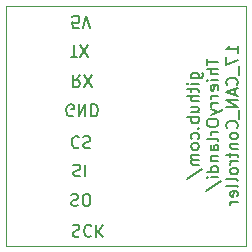
<source format=gbr>
%TF.GenerationSoftware,KiCad,Pcbnew,(5.1.9)-1*%
%TF.CreationDate,2021-06-01T13:49:10+02:00*%
%TF.ProjectId,17_CAN_Controller,31375f43-414e-45f4-936f-6e74726f6c6c,rev?*%
%TF.SameCoordinates,Original*%
%TF.FileFunction,Legend,Bot*%
%TF.FilePolarity,Positive*%
%FSLAX46Y46*%
G04 Gerber Fmt 4.6, Leading zero omitted, Abs format (unit mm)*
G04 Created by KiCad (PCBNEW (5.1.9)-1) date 2021-06-01 13:49:10*
%MOMM*%
%LPD*%
G01*
G04 APERTURE LIST*
%ADD10C,0.150000*%
%TA.AperFunction,Profile*%
%ADD11C,0.050000*%
%TD*%
G04 APERTURE END LIST*
D10*
X105954285Y-80835238D02*
X106097142Y-80787619D01*
X106335238Y-80787619D01*
X106430476Y-80835238D01*
X106478095Y-80882857D01*
X106525714Y-80978095D01*
X106525714Y-81073333D01*
X106478095Y-81168571D01*
X106430476Y-81216190D01*
X106335238Y-81263809D01*
X106144761Y-81311428D01*
X106049523Y-81359047D01*
X106001904Y-81406666D01*
X105954285Y-81501904D01*
X105954285Y-81597142D01*
X106001904Y-81692380D01*
X106049523Y-81740000D01*
X106144761Y-81787619D01*
X106382857Y-81787619D01*
X106525714Y-81740000D01*
X107525714Y-80882857D02*
X107478095Y-80835238D01*
X107335238Y-80787619D01*
X107240000Y-80787619D01*
X107097142Y-80835238D01*
X107001904Y-80930476D01*
X106954285Y-81025714D01*
X106906666Y-81216190D01*
X106906666Y-81359047D01*
X106954285Y-81549523D01*
X107001904Y-81644761D01*
X107097142Y-81740000D01*
X107240000Y-81787619D01*
X107335238Y-81787619D01*
X107478095Y-81740000D01*
X107525714Y-81692380D01*
X107954285Y-80787619D02*
X107954285Y-81787619D01*
X108525714Y-80787619D02*
X108097142Y-81359047D01*
X108525714Y-81787619D02*
X107954285Y-81216190D01*
X105830476Y-78235238D02*
X105973333Y-78187619D01*
X106211428Y-78187619D01*
X106306666Y-78235238D01*
X106354285Y-78282857D01*
X106401904Y-78378095D01*
X106401904Y-78473333D01*
X106354285Y-78568571D01*
X106306666Y-78616190D01*
X106211428Y-78663809D01*
X106020952Y-78711428D01*
X105925714Y-78759047D01*
X105878095Y-78806666D01*
X105830476Y-78901904D01*
X105830476Y-78997142D01*
X105878095Y-79092380D01*
X105925714Y-79140000D01*
X106020952Y-79187619D01*
X106259047Y-79187619D01*
X106401904Y-79140000D01*
X107020952Y-79187619D02*
X107211428Y-79187619D01*
X107306666Y-79140000D01*
X107401904Y-79044761D01*
X107449523Y-78854285D01*
X107449523Y-78520952D01*
X107401904Y-78330476D01*
X107306666Y-78235238D01*
X107211428Y-78187619D01*
X107020952Y-78187619D01*
X106925714Y-78235238D01*
X106830476Y-78330476D01*
X106782857Y-78520952D01*
X106782857Y-78854285D01*
X106830476Y-79044761D01*
X106925714Y-79140000D01*
X107020952Y-79187619D01*
X106016190Y-75735238D02*
X106159047Y-75687619D01*
X106397142Y-75687619D01*
X106492380Y-75735238D01*
X106540000Y-75782857D01*
X106587619Y-75878095D01*
X106587619Y-75973333D01*
X106540000Y-76068571D01*
X106492380Y-76116190D01*
X106397142Y-76163809D01*
X106206666Y-76211428D01*
X106111428Y-76259047D01*
X106063809Y-76306666D01*
X106016190Y-76401904D01*
X106016190Y-76497142D01*
X106063809Y-76592380D01*
X106111428Y-76640000D01*
X106206666Y-76687619D01*
X106444761Y-76687619D01*
X106587619Y-76640000D01*
X107016190Y-75687619D02*
X107016190Y-76687619D01*
X106473333Y-73382857D02*
X106425714Y-73335238D01*
X106282857Y-73287619D01*
X106187619Y-73287619D01*
X106044761Y-73335238D01*
X105949523Y-73430476D01*
X105901904Y-73525714D01*
X105854285Y-73716190D01*
X105854285Y-73859047D01*
X105901904Y-74049523D01*
X105949523Y-74144761D01*
X106044761Y-74240000D01*
X106187619Y-74287619D01*
X106282857Y-74287619D01*
X106425714Y-74240000D01*
X106473333Y-74192380D01*
X106854285Y-73335238D02*
X106997142Y-73287619D01*
X107235238Y-73287619D01*
X107330476Y-73335238D01*
X107378095Y-73382857D01*
X107425714Y-73478095D01*
X107425714Y-73573333D01*
X107378095Y-73668571D01*
X107330476Y-73716190D01*
X107235238Y-73763809D01*
X107044761Y-73811428D01*
X106949523Y-73859047D01*
X106901904Y-73906666D01*
X106854285Y-74001904D01*
X106854285Y-74097142D01*
X106901904Y-74192380D01*
X106949523Y-74240000D01*
X107044761Y-74287619D01*
X107282857Y-74287619D01*
X107425714Y-74240000D01*
X106573333Y-68087619D02*
X106240000Y-68563809D01*
X106001904Y-68087619D02*
X106001904Y-69087619D01*
X106382857Y-69087619D01*
X106478095Y-69040000D01*
X106525714Y-68992380D01*
X106573333Y-68897142D01*
X106573333Y-68754285D01*
X106525714Y-68659047D01*
X106478095Y-68611428D01*
X106382857Y-68563809D01*
X106001904Y-68563809D01*
X106906666Y-69087619D02*
X107573333Y-68087619D01*
X107573333Y-69087619D02*
X106906666Y-68087619D01*
X105778095Y-66587619D02*
X106349523Y-66587619D01*
X106063809Y-65587619D02*
X106063809Y-66587619D01*
X106587619Y-66587619D02*
X107254285Y-65587619D01*
X107254285Y-66587619D02*
X106587619Y-65587619D01*
X106449523Y-64087619D02*
X105973333Y-64087619D01*
X105925714Y-63611428D01*
X105973333Y-63659047D01*
X106068571Y-63706666D01*
X106306666Y-63706666D01*
X106401904Y-63659047D01*
X106449523Y-63611428D01*
X106497142Y-63516190D01*
X106497142Y-63278095D01*
X106449523Y-63182857D01*
X106401904Y-63135238D01*
X106306666Y-63087619D01*
X106068571Y-63087619D01*
X105973333Y-63135238D01*
X105925714Y-63182857D01*
X106782857Y-64087619D02*
X107116190Y-63087619D01*
X107449523Y-64087619D01*
X105978095Y-71540000D02*
X105882857Y-71587619D01*
X105740000Y-71587619D01*
X105597142Y-71540000D01*
X105501904Y-71444761D01*
X105454285Y-71349523D01*
X105406666Y-71159047D01*
X105406666Y-71016190D01*
X105454285Y-70825714D01*
X105501904Y-70730476D01*
X105597142Y-70635238D01*
X105740000Y-70587619D01*
X105835238Y-70587619D01*
X105978095Y-70635238D01*
X106025714Y-70682857D01*
X106025714Y-71016190D01*
X105835238Y-71016190D01*
X106454285Y-70587619D02*
X106454285Y-71587619D01*
X107025714Y-70587619D01*
X107025714Y-71587619D01*
X107501904Y-70587619D02*
X107501904Y-71587619D01*
X107740000Y-71587619D01*
X107882857Y-71540000D01*
X107978095Y-71444761D01*
X108025714Y-71349523D01*
X108073333Y-71159047D01*
X108073333Y-71016190D01*
X108025714Y-70825714D01*
X107978095Y-70730476D01*
X107882857Y-70635238D01*
X107740000Y-70587619D01*
X107501904Y-70587619D01*
D11*
X100330000Y-82550000D02*
X120650000Y-82550000D01*
X100330000Y-62230000D02*
X101600000Y-62230000D01*
X100330000Y-64770000D02*
X100330000Y-62230000D01*
X100330000Y-72390000D02*
X100330000Y-67310000D01*
X120650000Y-62230000D02*
X120650000Y-82550000D01*
X101600000Y-62230000D02*
X120650000Y-62230000D01*
X100330000Y-80010000D02*
X100330000Y-82550000D01*
X100330000Y-64770000D02*
X100330000Y-67310000D01*
D10*
X115975714Y-68363809D02*
X116785238Y-68363809D01*
X116880476Y-68316190D01*
X116928095Y-68268571D01*
X116975714Y-68173333D01*
X116975714Y-68030476D01*
X116928095Y-67935238D01*
X116594761Y-68363809D02*
X116642380Y-68268571D01*
X116642380Y-68078095D01*
X116594761Y-67982857D01*
X116547142Y-67935238D01*
X116451904Y-67887619D01*
X116166190Y-67887619D01*
X116070952Y-67935238D01*
X116023333Y-67982857D01*
X115975714Y-68078095D01*
X115975714Y-68268571D01*
X116023333Y-68363809D01*
X116642380Y-68840000D02*
X115975714Y-68840000D01*
X115642380Y-68840000D02*
X115690000Y-68792380D01*
X115737619Y-68840000D01*
X115690000Y-68887619D01*
X115642380Y-68840000D01*
X115737619Y-68840000D01*
X115975714Y-69173333D02*
X115975714Y-69554285D01*
X115642380Y-69316190D02*
X116499523Y-69316190D01*
X116594761Y-69363809D01*
X116642380Y-69459047D01*
X116642380Y-69554285D01*
X116642380Y-69887619D02*
X115642380Y-69887619D01*
X116642380Y-70316190D02*
X116118571Y-70316190D01*
X116023333Y-70268571D01*
X115975714Y-70173333D01*
X115975714Y-70030476D01*
X116023333Y-69935238D01*
X116070952Y-69887619D01*
X115975714Y-71220952D02*
X116642380Y-71220952D01*
X115975714Y-70792380D02*
X116499523Y-70792380D01*
X116594761Y-70840000D01*
X116642380Y-70935238D01*
X116642380Y-71078095D01*
X116594761Y-71173333D01*
X116547142Y-71220952D01*
X116642380Y-71697142D02*
X115642380Y-71697142D01*
X116023333Y-71697142D02*
X115975714Y-71792380D01*
X115975714Y-71982857D01*
X116023333Y-72078095D01*
X116070952Y-72125714D01*
X116166190Y-72173333D01*
X116451904Y-72173333D01*
X116547142Y-72125714D01*
X116594761Y-72078095D01*
X116642380Y-71982857D01*
X116642380Y-71792380D01*
X116594761Y-71697142D01*
X116547142Y-72601904D02*
X116594761Y-72649523D01*
X116642380Y-72601904D01*
X116594761Y-72554285D01*
X116547142Y-72601904D01*
X116642380Y-72601904D01*
X116594761Y-73506666D02*
X116642380Y-73411428D01*
X116642380Y-73220952D01*
X116594761Y-73125714D01*
X116547142Y-73078095D01*
X116451904Y-73030476D01*
X116166190Y-73030476D01*
X116070952Y-73078095D01*
X116023333Y-73125714D01*
X115975714Y-73220952D01*
X115975714Y-73411428D01*
X116023333Y-73506666D01*
X116642380Y-74078095D02*
X116594761Y-73982857D01*
X116547142Y-73935238D01*
X116451904Y-73887619D01*
X116166190Y-73887619D01*
X116070952Y-73935238D01*
X116023333Y-73982857D01*
X115975714Y-74078095D01*
X115975714Y-74220952D01*
X116023333Y-74316190D01*
X116070952Y-74363809D01*
X116166190Y-74411428D01*
X116451904Y-74411428D01*
X116547142Y-74363809D01*
X116594761Y-74316190D01*
X116642380Y-74220952D01*
X116642380Y-74078095D01*
X116642380Y-74840000D02*
X115975714Y-74840000D01*
X116070952Y-74840000D02*
X116023333Y-74887619D01*
X115975714Y-74982857D01*
X115975714Y-75125714D01*
X116023333Y-75220952D01*
X116118571Y-75268571D01*
X116642380Y-75268571D01*
X116118571Y-75268571D02*
X116023333Y-75316190D01*
X115975714Y-75411428D01*
X115975714Y-75554285D01*
X116023333Y-75649523D01*
X116118571Y-75697142D01*
X116642380Y-75697142D01*
X115594761Y-76887619D02*
X116880476Y-76030476D01*
X117292380Y-66720952D02*
X117292380Y-67292380D01*
X118292380Y-67006666D02*
X117292380Y-67006666D01*
X118292380Y-67625714D02*
X117292380Y-67625714D01*
X118292380Y-68054285D02*
X117768571Y-68054285D01*
X117673333Y-68006666D01*
X117625714Y-67911428D01*
X117625714Y-67768571D01*
X117673333Y-67673333D01*
X117720952Y-67625714D01*
X118292380Y-68530476D02*
X117625714Y-68530476D01*
X117292380Y-68530476D02*
X117340000Y-68482857D01*
X117387619Y-68530476D01*
X117340000Y-68578095D01*
X117292380Y-68530476D01*
X117387619Y-68530476D01*
X118244761Y-69387619D02*
X118292380Y-69292380D01*
X118292380Y-69101904D01*
X118244761Y-69006666D01*
X118149523Y-68959047D01*
X117768571Y-68959047D01*
X117673333Y-69006666D01*
X117625714Y-69101904D01*
X117625714Y-69292380D01*
X117673333Y-69387619D01*
X117768571Y-69435238D01*
X117863809Y-69435238D01*
X117959047Y-68959047D01*
X118292380Y-69863809D02*
X117625714Y-69863809D01*
X117816190Y-69863809D02*
X117720952Y-69911428D01*
X117673333Y-69959047D01*
X117625714Y-70054285D01*
X117625714Y-70149523D01*
X118292380Y-70482857D02*
X117625714Y-70482857D01*
X117816190Y-70482857D02*
X117720952Y-70530476D01*
X117673333Y-70578095D01*
X117625714Y-70673333D01*
X117625714Y-70768571D01*
X117625714Y-71006666D02*
X118292380Y-71244761D01*
X117625714Y-71482857D02*
X118292380Y-71244761D01*
X118530476Y-71149523D01*
X118578095Y-71101904D01*
X118625714Y-71006666D01*
X117292380Y-72054285D02*
X117292380Y-72244761D01*
X117340000Y-72340000D01*
X117435238Y-72435238D01*
X117625714Y-72482857D01*
X117959047Y-72482857D01*
X118149523Y-72435238D01*
X118244761Y-72340000D01*
X118292380Y-72244761D01*
X118292380Y-72054285D01*
X118244761Y-71959047D01*
X118149523Y-71863809D01*
X117959047Y-71816190D01*
X117625714Y-71816190D01*
X117435238Y-71863809D01*
X117340000Y-71959047D01*
X117292380Y-72054285D01*
X118292380Y-72911428D02*
X117625714Y-72911428D01*
X117816190Y-72911428D02*
X117720952Y-72959047D01*
X117673333Y-73006666D01*
X117625714Y-73101904D01*
X117625714Y-73197142D01*
X118292380Y-73673333D02*
X118244761Y-73578095D01*
X118149523Y-73530476D01*
X117292380Y-73530476D01*
X118292380Y-74482857D02*
X117768571Y-74482857D01*
X117673333Y-74435238D01*
X117625714Y-74340000D01*
X117625714Y-74149523D01*
X117673333Y-74054285D01*
X118244761Y-74482857D02*
X118292380Y-74387619D01*
X118292380Y-74149523D01*
X118244761Y-74054285D01*
X118149523Y-74006666D01*
X118054285Y-74006666D01*
X117959047Y-74054285D01*
X117911428Y-74149523D01*
X117911428Y-74387619D01*
X117863809Y-74482857D01*
X117625714Y-74959047D02*
X118292380Y-74959047D01*
X117720952Y-74959047D02*
X117673333Y-75006666D01*
X117625714Y-75101904D01*
X117625714Y-75244761D01*
X117673333Y-75340000D01*
X117768571Y-75387619D01*
X118292380Y-75387619D01*
X118292380Y-76292380D02*
X117292380Y-76292380D01*
X118244761Y-76292380D02*
X118292380Y-76197142D01*
X118292380Y-76006666D01*
X118244761Y-75911428D01*
X118197142Y-75863809D01*
X118101904Y-75816190D01*
X117816190Y-75816190D01*
X117720952Y-75863809D01*
X117673333Y-75911428D01*
X117625714Y-76006666D01*
X117625714Y-76197142D01*
X117673333Y-76292380D01*
X118292380Y-76768571D02*
X117625714Y-76768571D01*
X117292380Y-76768571D02*
X117340000Y-76720952D01*
X117387619Y-76768571D01*
X117340000Y-76816190D01*
X117292380Y-76768571D01*
X117387619Y-76768571D01*
X117244761Y-77959047D02*
X118530476Y-77101904D01*
X119942380Y-66220952D02*
X119942380Y-65649523D01*
X119942380Y-65935238D02*
X118942380Y-65935238D01*
X119085238Y-65840000D01*
X119180476Y-65744761D01*
X119228095Y-65649523D01*
X118942380Y-66554285D02*
X118942380Y-67220952D01*
X119942380Y-66792380D01*
X120037619Y-67363809D02*
X120037619Y-68125714D01*
X119847142Y-68935238D02*
X119894761Y-68887619D01*
X119942380Y-68744761D01*
X119942380Y-68649523D01*
X119894761Y-68506666D01*
X119799523Y-68411428D01*
X119704285Y-68363809D01*
X119513809Y-68316190D01*
X119370952Y-68316190D01*
X119180476Y-68363809D01*
X119085238Y-68411428D01*
X118990000Y-68506666D01*
X118942380Y-68649523D01*
X118942380Y-68744761D01*
X118990000Y-68887619D01*
X119037619Y-68935238D01*
X119656666Y-69316190D02*
X119656666Y-69792380D01*
X119942380Y-69220952D02*
X118942380Y-69554285D01*
X119942380Y-69887619D01*
X119942380Y-70220952D02*
X118942380Y-70220952D01*
X119942380Y-70792380D01*
X118942380Y-70792380D01*
X120037619Y-71030476D02*
X120037619Y-71792380D01*
X119847142Y-72601904D02*
X119894761Y-72554285D01*
X119942380Y-72411428D01*
X119942380Y-72316190D01*
X119894761Y-72173333D01*
X119799523Y-72078095D01*
X119704285Y-72030476D01*
X119513809Y-71982857D01*
X119370952Y-71982857D01*
X119180476Y-72030476D01*
X119085238Y-72078095D01*
X118990000Y-72173333D01*
X118942380Y-72316190D01*
X118942380Y-72411428D01*
X118990000Y-72554285D01*
X119037619Y-72601904D01*
X119942380Y-73173333D02*
X119894761Y-73078095D01*
X119847142Y-73030476D01*
X119751904Y-72982857D01*
X119466190Y-72982857D01*
X119370952Y-73030476D01*
X119323333Y-73078095D01*
X119275714Y-73173333D01*
X119275714Y-73316190D01*
X119323333Y-73411428D01*
X119370952Y-73459047D01*
X119466190Y-73506666D01*
X119751904Y-73506666D01*
X119847142Y-73459047D01*
X119894761Y-73411428D01*
X119942380Y-73316190D01*
X119942380Y-73173333D01*
X119275714Y-73935238D02*
X119942380Y-73935238D01*
X119370952Y-73935238D02*
X119323333Y-73982857D01*
X119275714Y-74078095D01*
X119275714Y-74220952D01*
X119323333Y-74316190D01*
X119418571Y-74363809D01*
X119942380Y-74363809D01*
X119275714Y-74697142D02*
X119275714Y-75078095D01*
X118942380Y-74840000D02*
X119799523Y-74840000D01*
X119894761Y-74887619D01*
X119942380Y-74982857D01*
X119942380Y-75078095D01*
X119942380Y-75411428D02*
X119275714Y-75411428D01*
X119466190Y-75411428D02*
X119370952Y-75459047D01*
X119323333Y-75506666D01*
X119275714Y-75601904D01*
X119275714Y-75697142D01*
X119942380Y-76173333D02*
X119894761Y-76078095D01*
X119847142Y-76030476D01*
X119751904Y-75982857D01*
X119466190Y-75982857D01*
X119370952Y-76030476D01*
X119323333Y-76078095D01*
X119275714Y-76173333D01*
X119275714Y-76316190D01*
X119323333Y-76411428D01*
X119370952Y-76459047D01*
X119466190Y-76506666D01*
X119751904Y-76506666D01*
X119847142Y-76459047D01*
X119894761Y-76411428D01*
X119942380Y-76316190D01*
X119942380Y-76173333D01*
X119942380Y-77078095D02*
X119894761Y-76982857D01*
X119799523Y-76935238D01*
X118942380Y-76935238D01*
X119942380Y-77601904D02*
X119894761Y-77506666D01*
X119799523Y-77459047D01*
X118942380Y-77459047D01*
X119894761Y-78363809D02*
X119942380Y-78268571D01*
X119942380Y-78078095D01*
X119894761Y-77982857D01*
X119799523Y-77935238D01*
X119418571Y-77935238D01*
X119323333Y-77982857D01*
X119275714Y-78078095D01*
X119275714Y-78268571D01*
X119323333Y-78363809D01*
X119418571Y-78411428D01*
X119513809Y-78411428D01*
X119609047Y-77935238D01*
X119942380Y-78840000D02*
X119275714Y-78840000D01*
X119466190Y-78840000D02*
X119370952Y-78887619D01*
X119323333Y-78935238D01*
X119275714Y-79030476D01*
X119275714Y-79125714D01*
D11*
X100330000Y-80010000D02*
X100330000Y-72390000D01*
M02*

</source>
